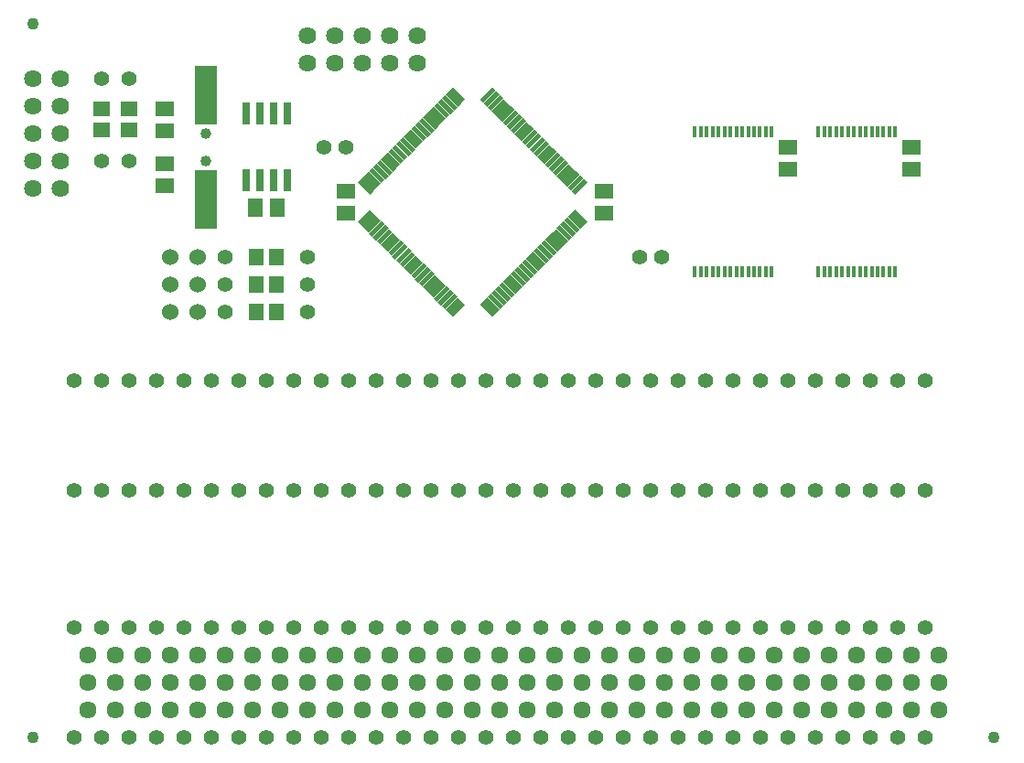
<source format=gbr>
G04 EAGLE Gerber RS-274X export*
G75*
%MOMM*%
%FSLAX34Y34*%
%LPD*%
%INSoldermask Top*%
%IPPOS*%
%AMOC8*
5,1,8,0,0,1.08239X$1,22.5*%
G01*
%ADD10R,1.601600X0.451600*%
%ADD11R,0.451600X1.601600*%
%ADD12C,1.422400*%
%ADD13C,1.524000*%
%ADD14R,1.701600X1.401600*%
%ADD15R,1.401600X1.701600*%
%ADD16C,1.625600*%
%ADD17C,1.009600*%
%ADD18R,0.350000X1.050000*%
%ADD19R,1.401600X1.601600*%
%ADD20R,1.601600X1.401600*%
%ADD21C,1.609600*%
%ADD22R,0.762000X2.133600*%
%ADD23R,2.032000X5.435600*%
%ADD24C,1.101600*%


D10*
G36*
X352764Y497923D02*
X341440Y486599D01*
X338246Y489793D01*
X349570Y501117D01*
X352764Y497923D01*
G37*
G36*
X356300Y494387D02*
X344976Y483063D01*
X341782Y486257D01*
X353106Y497581D01*
X356300Y494387D01*
G37*
G36*
X359835Y490852D02*
X348511Y479528D01*
X345317Y482722D01*
X356641Y494046D01*
X359835Y490852D01*
G37*
G36*
X363371Y487316D02*
X352047Y475992D01*
X348853Y479186D01*
X360177Y490510D01*
X363371Y487316D01*
G37*
G36*
X366906Y483781D02*
X355582Y472457D01*
X352388Y475651D01*
X363712Y486975D01*
X366906Y483781D01*
G37*
G36*
X370442Y480245D02*
X359118Y468921D01*
X355924Y472115D01*
X367248Y483439D01*
X370442Y480245D01*
G37*
G36*
X373977Y476710D02*
X362653Y465386D01*
X359459Y468580D01*
X370783Y479904D01*
X373977Y476710D01*
G37*
G36*
X377513Y473174D02*
X366189Y461850D01*
X362995Y465044D01*
X374319Y476368D01*
X377513Y473174D01*
G37*
G36*
X381048Y469639D02*
X369724Y458315D01*
X366530Y461509D01*
X377854Y472833D01*
X381048Y469639D01*
G37*
G36*
X384584Y466103D02*
X373260Y454779D01*
X370066Y457973D01*
X381390Y469297D01*
X384584Y466103D01*
G37*
G36*
X388119Y462568D02*
X376795Y451244D01*
X373601Y454438D01*
X384925Y465762D01*
X388119Y462568D01*
G37*
G36*
X391655Y459032D02*
X380331Y447708D01*
X377137Y450902D01*
X388461Y462226D01*
X391655Y459032D01*
G37*
G36*
X395190Y455496D02*
X383866Y444172D01*
X380672Y447366D01*
X391996Y458690D01*
X395190Y455496D01*
G37*
G36*
X398726Y451961D02*
X387402Y440637D01*
X384208Y443831D01*
X395532Y455155D01*
X398726Y451961D01*
G37*
G36*
X402262Y448425D02*
X390938Y437101D01*
X387744Y440295D01*
X399068Y451619D01*
X402262Y448425D01*
G37*
G36*
X405797Y444890D02*
X394473Y433566D01*
X391279Y436760D01*
X402603Y448084D01*
X405797Y444890D01*
G37*
G36*
X409333Y441354D02*
X398009Y430030D01*
X394815Y433224D01*
X406139Y444548D01*
X409333Y441354D01*
G37*
G36*
X412868Y437819D02*
X401544Y426495D01*
X398350Y429689D01*
X409674Y441013D01*
X412868Y437819D01*
G37*
G36*
X416404Y434283D02*
X405080Y422959D01*
X401886Y426153D01*
X413210Y437477D01*
X416404Y434283D01*
G37*
G36*
X419939Y430748D02*
X408615Y419424D01*
X405421Y422618D01*
X416745Y433942D01*
X419939Y430748D01*
G37*
G36*
X423475Y427212D02*
X412151Y415888D01*
X408957Y419082D01*
X420281Y430406D01*
X423475Y427212D01*
G37*
G36*
X427010Y423677D02*
X415686Y412353D01*
X412492Y415547D01*
X423816Y426871D01*
X427010Y423677D01*
G37*
G36*
X430546Y420141D02*
X419222Y408817D01*
X416028Y412011D01*
X427352Y423335D01*
X430546Y420141D01*
G37*
G36*
X434081Y416606D02*
X422757Y405282D01*
X419563Y408476D01*
X430887Y419800D01*
X434081Y416606D01*
G37*
G36*
X437617Y413070D02*
X426293Y401746D01*
X423099Y404940D01*
X434423Y416264D01*
X437617Y413070D01*
G37*
D11*
G36*
X465901Y404940D02*
X462707Y401746D01*
X451383Y413070D01*
X454577Y416264D01*
X465901Y404940D01*
G37*
G36*
X469437Y408476D02*
X466243Y405282D01*
X454919Y416606D01*
X458113Y419800D01*
X469437Y408476D01*
G37*
G36*
X472972Y412011D02*
X469778Y408817D01*
X458454Y420141D01*
X461648Y423335D01*
X472972Y412011D01*
G37*
G36*
X476508Y415547D02*
X473314Y412353D01*
X461990Y423677D01*
X465184Y426871D01*
X476508Y415547D01*
G37*
G36*
X480043Y419082D02*
X476849Y415888D01*
X465525Y427212D01*
X468719Y430406D01*
X480043Y419082D01*
G37*
G36*
X483579Y422618D02*
X480385Y419424D01*
X469061Y430748D01*
X472255Y433942D01*
X483579Y422618D01*
G37*
G36*
X487114Y426153D02*
X483920Y422959D01*
X472596Y434283D01*
X475790Y437477D01*
X487114Y426153D01*
G37*
G36*
X490650Y429689D02*
X487456Y426495D01*
X476132Y437819D01*
X479326Y441013D01*
X490650Y429689D01*
G37*
G36*
X494185Y433224D02*
X490991Y430030D01*
X479667Y441354D01*
X482861Y444548D01*
X494185Y433224D01*
G37*
G36*
X497721Y436760D02*
X494527Y433566D01*
X483203Y444890D01*
X486397Y448084D01*
X497721Y436760D01*
G37*
G36*
X501256Y440295D02*
X498062Y437101D01*
X486738Y448425D01*
X489932Y451619D01*
X501256Y440295D01*
G37*
G36*
X504792Y443831D02*
X501598Y440637D01*
X490274Y451961D01*
X493468Y455155D01*
X504792Y443831D01*
G37*
G36*
X508328Y447366D02*
X505134Y444172D01*
X493810Y455496D01*
X497004Y458690D01*
X508328Y447366D01*
G37*
G36*
X511863Y450902D02*
X508669Y447708D01*
X497345Y459032D01*
X500539Y462226D01*
X511863Y450902D01*
G37*
G36*
X515399Y454438D02*
X512205Y451244D01*
X500881Y462568D01*
X504075Y465762D01*
X515399Y454438D01*
G37*
G36*
X518934Y457973D02*
X515740Y454779D01*
X504416Y466103D01*
X507610Y469297D01*
X518934Y457973D01*
G37*
G36*
X522470Y461509D02*
X519276Y458315D01*
X507952Y469639D01*
X511146Y472833D01*
X522470Y461509D01*
G37*
G36*
X526005Y465044D02*
X522811Y461850D01*
X511487Y473174D01*
X514681Y476368D01*
X526005Y465044D01*
G37*
G36*
X529541Y468580D02*
X526347Y465386D01*
X515023Y476710D01*
X518217Y479904D01*
X529541Y468580D01*
G37*
G36*
X533076Y472115D02*
X529882Y468921D01*
X518558Y480245D01*
X521752Y483439D01*
X533076Y472115D01*
G37*
G36*
X536612Y475651D02*
X533418Y472457D01*
X522094Y483781D01*
X525288Y486975D01*
X536612Y475651D01*
G37*
G36*
X540147Y479186D02*
X536953Y475992D01*
X525629Y487316D01*
X528823Y490510D01*
X540147Y479186D01*
G37*
G36*
X543683Y482722D02*
X540489Y479528D01*
X529165Y490852D01*
X532359Y494046D01*
X543683Y482722D01*
G37*
G36*
X547218Y486257D02*
X544024Y483063D01*
X532700Y494387D01*
X535894Y497581D01*
X547218Y486257D01*
G37*
G36*
X550754Y489793D02*
X547560Y486599D01*
X536236Y497923D01*
X539430Y501117D01*
X550754Y489793D01*
G37*
D10*
G36*
X550754Y526207D02*
X539430Y514883D01*
X536236Y518077D01*
X547560Y529401D01*
X550754Y526207D01*
G37*
G36*
X547218Y529743D02*
X535894Y518419D01*
X532700Y521613D01*
X544024Y532937D01*
X547218Y529743D01*
G37*
G36*
X543683Y533278D02*
X532359Y521954D01*
X529165Y525148D01*
X540489Y536472D01*
X543683Y533278D01*
G37*
G36*
X540147Y536814D02*
X528823Y525490D01*
X525629Y528684D01*
X536953Y540008D01*
X540147Y536814D01*
G37*
G36*
X536612Y540349D02*
X525288Y529025D01*
X522094Y532219D01*
X533418Y543543D01*
X536612Y540349D01*
G37*
G36*
X533076Y543885D02*
X521752Y532561D01*
X518558Y535755D01*
X529882Y547079D01*
X533076Y543885D01*
G37*
G36*
X529541Y547420D02*
X518217Y536096D01*
X515023Y539290D01*
X526347Y550614D01*
X529541Y547420D01*
G37*
G36*
X526005Y550956D02*
X514681Y539632D01*
X511487Y542826D01*
X522811Y554150D01*
X526005Y550956D01*
G37*
G36*
X522470Y554491D02*
X511146Y543167D01*
X507952Y546361D01*
X519276Y557685D01*
X522470Y554491D01*
G37*
G36*
X518934Y558027D02*
X507610Y546703D01*
X504416Y549897D01*
X515740Y561221D01*
X518934Y558027D01*
G37*
G36*
X515399Y561562D02*
X504075Y550238D01*
X500881Y553432D01*
X512205Y564756D01*
X515399Y561562D01*
G37*
G36*
X511863Y565098D02*
X500539Y553774D01*
X497345Y556968D01*
X508669Y568292D01*
X511863Y565098D01*
G37*
G36*
X508328Y568634D02*
X497004Y557310D01*
X493810Y560504D01*
X505134Y571828D01*
X508328Y568634D01*
G37*
G36*
X504792Y572169D02*
X493468Y560845D01*
X490274Y564039D01*
X501598Y575363D01*
X504792Y572169D01*
G37*
G36*
X501256Y575705D02*
X489932Y564381D01*
X486738Y567575D01*
X498062Y578899D01*
X501256Y575705D01*
G37*
G36*
X497721Y579240D02*
X486397Y567916D01*
X483203Y571110D01*
X494527Y582434D01*
X497721Y579240D01*
G37*
G36*
X494185Y582776D02*
X482861Y571452D01*
X479667Y574646D01*
X490991Y585970D01*
X494185Y582776D01*
G37*
G36*
X490650Y586311D02*
X479326Y574987D01*
X476132Y578181D01*
X487456Y589505D01*
X490650Y586311D01*
G37*
G36*
X487114Y589847D02*
X475790Y578523D01*
X472596Y581717D01*
X483920Y593041D01*
X487114Y589847D01*
G37*
G36*
X483579Y593382D02*
X472255Y582058D01*
X469061Y585252D01*
X480385Y596576D01*
X483579Y593382D01*
G37*
G36*
X480043Y596918D02*
X468719Y585594D01*
X465525Y588788D01*
X476849Y600112D01*
X480043Y596918D01*
G37*
G36*
X476508Y600453D02*
X465184Y589129D01*
X461990Y592323D01*
X473314Y603647D01*
X476508Y600453D01*
G37*
G36*
X472972Y603989D02*
X461648Y592665D01*
X458454Y595859D01*
X469778Y607183D01*
X472972Y603989D01*
G37*
G36*
X469437Y607524D02*
X458113Y596200D01*
X454919Y599394D01*
X466243Y610718D01*
X469437Y607524D01*
G37*
G36*
X465901Y611060D02*
X454577Y599736D01*
X451383Y602930D01*
X462707Y614254D01*
X465901Y611060D01*
G37*
D11*
G36*
X437617Y602930D02*
X434423Y599736D01*
X423099Y611060D01*
X426293Y614254D01*
X437617Y602930D01*
G37*
G36*
X434081Y599394D02*
X430887Y596200D01*
X419563Y607524D01*
X422757Y610718D01*
X434081Y599394D01*
G37*
G36*
X430546Y595859D02*
X427352Y592665D01*
X416028Y603989D01*
X419222Y607183D01*
X430546Y595859D01*
G37*
G36*
X427010Y592323D02*
X423816Y589129D01*
X412492Y600453D01*
X415686Y603647D01*
X427010Y592323D01*
G37*
G36*
X423475Y588788D02*
X420281Y585594D01*
X408957Y596918D01*
X412151Y600112D01*
X423475Y588788D01*
G37*
G36*
X419939Y585252D02*
X416745Y582058D01*
X405421Y593382D01*
X408615Y596576D01*
X419939Y585252D01*
G37*
G36*
X416404Y581717D02*
X413210Y578523D01*
X401886Y589847D01*
X405080Y593041D01*
X416404Y581717D01*
G37*
G36*
X412868Y578181D02*
X409674Y574987D01*
X398350Y586311D01*
X401544Y589505D01*
X412868Y578181D01*
G37*
G36*
X409333Y574646D02*
X406139Y571452D01*
X394815Y582776D01*
X398009Y585970D01*
X409333Y574646D01*
G37*
G36*
X405797Y571110D02*
X402603Y567916D01*
X391279Y579240D01*
X394473Y582434D01*
X405797Y571110D01*
G37*
G36*
X402262Y567575D02*
X399068Y564381D01*
X387744Y575705D01*
X390938Y578899D01*
X402262Y567575D01*
G37*
G36*
X398726Y564039D02*
X395532Y560845D01*
X384208Y572169D01*
X387402Y575363D01*
X398726Y564039D01*
G37*
G36*
X395190Y560504D02*
X391996Y557310D01*
X380672Y568634D01*
X383866Y571828D01*
X395190Y560504D01*
G37*
G36*
X391655Y556968D02*
X388461Y553774D01*
X377137Y565098D01*
X380331Y568292D01*
X391655Y556968D01*
G37*
G36*
X388119Y553432D02*
X384925Y550238D01*
X373601Y561562D01*
X376795Y564756D01*
X388119Y553432D01*
G37*
G36*
X384584Y549897D02*
X381390Y546703D01*
X370066Y558027D01*
X373260Y561221D01*
X384584Y549897D01*
G37*
G36*
X381048Y546361D02*
X377854Y543167D01*
X366530Y554491D01*
X369724Y557685D01*
X381048Y546361D01*
G37*
G36*
X377513Y542826D02*
X374319Y539632D01*
X362995Y550956D01*
X366189Y554150D01*
X377513Y542826D01*
G37*
G36*
X373977Y539290D02*
X370783Y536096D01*
X359459Y547420D01*
X362653Y550614D01*
X373977Y539290D01*
G37*
G36*
X370442Y535755D02*
X367248Y532561D01*
X355924Y543885D01*
X359118Y547079D01*
X370442Y535755D01*
G37*
G36*
X366906Y532219D02*
X363712Y529025D01*
X352388Y540349D01*
X355582Y543543D01*
X366906Y532219D01*
G37*
G36*
X363371Y528684D02*
X360177Y525490D01*
X348853Y536814D01*
X352047Y540008D01*
X363371Y528684D01*
G37*
G36*
X359835Y525148D02*
X356641Y521954D01*
X345317Y533278D01*
X348511Y536472D01*
X359835Y525148D01*
G37*
G36*
X356300Y521613D02*
X353106Y518419D01*
X341782Y529743D01*
X344976Y532937D01*
X356300Y521613D01*
G37*
G36*
X352764Y518077D02*
X349570Y514883D01*
X338246Y526207D01*
X341440Y529401D01*
X352764Y518077D01*
G37*
D12*
X127000Y622300D03*
X127000Y546100D03*
X101600Y622300D03*
X101600Y546100D03*
D13*
X165100Y457200D03*
X190500Y457200D03*
X165100Y431800D03*
X190500Y431800D03*
X165100Y406400D03*
X190500Y406400D03*
D12*
X292100Y457200D03*
X215900Y457200D03*
X292100Y431800D03*
X215900Y431800D03*
X292100Y406400D03*
X215900Y406400D03*
D14*
X736600Y558640D03*
X736600Y538640D03*
X850900Y558640D03*
X850900Y538640D03*
D15*
X244000Y502920D03*
X264000Y502920D03*
D14*
X327660Y498000D03*
X327660Y518000D03*
X566420Y518000D03*
X566420Y498000D03*
D12*
X619760Y457200D03*
X599440Y457200D03*
X327660Y558800D03*
X307340Y558800D03*
D16*
X393700Y661670D03*
X393700Y636270D03*
X368300Y661670D03*
X368300Y636270D03*
X342900Y661670D03*
X342900Y636270D03*
X317500Y661670D03*
X317500Y636270D03*
X292100Y661670D03*
X292100Y636270D03*
X63500Y520700D03*
X38100Y520700D03*
X63500Y546100D03*
X38100Y546100D03*
X63500Y571500D03*
X38100Y571500D03*
X63500Y596900D03*
X38100Y596900D03*
X63500Y622300D03*
X38100Y622300D03*
D12*
X863600Y241300D03*
X838200Y241300D03*
X812800Y241300D03*
X787400Y241300D03*
X762000Y241300D03*
X736600Y241300D03*
X711200Y241300D03*
X685800Y241300D03*
X660400Y241300D03*
X635000Y241300D03*
X609600Y241300D03*
X584200Y241300D03*
X558800Y241300D03*
X533400Y241300D03*
X508000Y241300D03*
X482600Y241300D03*
X457200Y241300D03*
X431800Y241300D03*
X406400Y241300D03*
X76200Y241300D03*
X76200Y12700D03*
X406400Y12700D03*
X431800Y12700D03*
X457200Y12700D03*
X482600Y12700D03*
X508000Y12700D03*
X533400Y12700D03*
X558800Y12700D03*
X584200Y12700D03*
X609600Y12700D03*
X635000Y12700D03*
X660400Y12700D03*
X685800Y12700D03*
X711200Y12700D03*
X736600Y12700D03*
X762000Y12700D03*
X787400Y12700D03*
X812800Y12700D03*
X838200Y12700D03*
X863600Y12700D03*
X381000Y241300D03*
X355600Y241300D03*
X330200Y241300D03*
X304800Y241300D03*
X279400Y241300D03*
X254000Y241300D03*
X228600Y241300D03*
X203200Y241300D03*
X177800Y241300D03*
X152400Y241300D03*
X127000Y241300D03*
X101600Y241300D03*
X381000Y12700D03*
X355600Y12700D03*
X330200Y12700D03*
X304800Y12700D03*
X279400Y12700D03*
X254000Y12700D03*
X228600Y12700D03*
X203200Y12700D03*
X177800Y12700D03*
X152400Y12700D03*
X127000Y12700D03*
X101600Y12700D03*
D17*
X198120Y571500D03*
X198120Y546100D03*
D14*
X160020Y543400D03*
X160020Y523400D03*
X160020Y574200D03*
X160020Y594200D03*
D18*
X683050Y573000D03*
X677550Y573000D03*
X672050Y573000D03*
X666550Y573000D03*
X661050Y573000D03*
X655550Y573000D03*
X650050Y573000D03*
X650050Y443000D03*
X655550Y443000D03*
X661050Y443000D03*
X666550Y443000D03*
X672050Y443000D03*
X677550Y443000D03*
X683050Y443000D03*
X688550Y443000D03*
X694050Y443000D03*
X699550Y443000D03*
X705050Y443000D03*
X710550Y443000D03*
X716050Y443000D03*
X721550Y443000D03*
X721550Y573000D03*
X716050Y573000D03*
X710550Y573000D03*
X705050Y573000D03*
X699550Y573000D03*
X694050Y573000D03*
X688550Y573000D03*
X797350Y573000D03*
X791850Y573000D03*
X786350Y573000D03*
X780850Y573000D03*
X775350Y573000D03*
X769850Y573000D03*
X764350Y573000D03*
X764350Y443000D03*
X769850Y443000D03*
X775350Y443000D03*
X780850Y443000D03*
X786350Y443000D03*
X791850Y443000D03*
X797350Y443000D03*
X802850Y443000D03*
X808350Y443000D03*
X813850Y443000D03*
X819350Y443000D03*
X824850Y443000D03*
X830350Y443000D03*
X835850Y443000D03*
X835850Y573000D03*
X830350Y573000D03*
X824850Y573000D03*
X819350Y573000D03*
X813850Y573000D03*
X808350Y573000D03*
X802850Y573000D03*
D19*
X244500Y457200D03*
X263500Y457200D03*
X244500Y431800D03*
X263500Y431800D03*
X244500Y406400D03*
X263500Y406400D03*
D20*
X127000Y574700D03*
X127000Y593700D03*
X101600Y574700D03*
X101600Y593700D03*
D12*
X863600Y342900D03*
X838200Y342900D03*
X812800Y342900D03*
X787400Y342900D03*
X762000Y342900D03*
X736600Y342900D03*
X711200Y342900D03*
X685800Y342900D03*
X660400Y342900D03*
X635000Y342900D03*
X609600Y342900D03*
X584200Y342900D03*
X558800Y342900D03*
X533400Y342900D03*
X508000Y342900D03*
X482600Y342900D03*
X457200Y342900D03*
X431800Y342900D03*
X406400Y342900D03*
X76200Y342900D03*
X76200Y114300D03*
X406400Y114300D03*
X431800Y114300D03*
X457200Y114300D03*
X482600Y114300D03*
X508000Y114300D03*
X533400Y114300D03*
X558800Y114300D03*
X584200Y114300D03*
X609600Y114300D03*
X635000Y114300D03*
X660400Y114300D03*
X685800Y114300D03*
X711200Y114300D03*
X736600Y114300D03*
X762000Y114300D03*
X787400Y114300D03*
X812800Y114300D03*
X838200Y114300D03*
X863600Y114300D03*
X381000Y342900D03*
X355600Y342900D03*
X330200Y342900D03*
X304800Y342900D03*
X279400Y342900D03*
X254000Y342900D03*
X228600Y342900D03*
X203200Y342900D03*
X177800Y342900D03*
X152400Y342900D03*
X127000Y342900D03*
X101600Y342900D03*
X381000Y114300D03*
X355600Y114300D03*
X330200Y114300D03*
X304800Y114300D03*
X279400Y114300D03*
X254000Y114300D03*
X228600Y114300D03*
X203200Y114300D03*
X177800Y114300D03*
X152400Y114300D03*
X127000Y114300D03*
X101600Y114300D03*
D21*
X876300Y38100D03*
X850900Y38100D03*
X825500Y38100D03*
X800100Y38100D03*
X774700Y38100D03*
X749300Y38100D03*
X723900Y38100D03*
X698500Y38100D03*
X673100Y38100D03*
X647700Y38100D03*
X622300Y38100D03*
X596900Y38100D03*
X571500Y38100D03*
X546100Y38100D03*
X520700Y38100D03*
X495300Y38100D03*
X469900Y38100D03*
X444500Y38100D03*
X419100Y38100D03*
X393700Y38100D03*
X368300Y38100D03*
X342900Y38100D03*
X317500Y38100D03*
X292100Y38100D03*
X266700Y38100D03*
X241300Y38100D03*
X215900Y38100D03*
X190500Y38100D03*
X165100Y38100D03*
X139700Y38100D03*
X114300Y38100D03*
X88900Y38100D03*
X876300Y88900D03*
X850900Y88900D03*
X825500Y88900D03*
X800100Y88900D03*
X774700Y88900D03*
X749300Y88900D03*
X723900Y88900D03*
X698500Y88900D03*
X673100Y88900D03*
X647700Y88900D03*
X622300Y88900D03*
X596900Y88900D03*
X571500Y88900D03*
X546100Y88900D03*
X520700Y88900D03*
X495300Y88900D03*
X469900Y88900D03*
X444500Y88900D03*
X419100Y88900D03*
X393700Y88900D03*
X368300Y88900D03*
X342900Y88900D03*
X317500Y88900D03*
X292100Y88900D03*
X266700Y88900D03*
X241300Y88900D03*
X215900Y88900D03*
X190500Y88900D03*
X165100Y88900D03*
X139700Y88900D03*
X114300Y88900D03*
X88900Y88900D03*
X876300Y63500D03*
X850900Y63500D03*
X825500Y63500D03*
X800100Y63500D03*
X774700Y63500D03*
X749300Y63500D03*
X723900Y63500D03*
X698500Y63500D03*
X673100Y63500D03*
X647700Y63500D03*
X622300Y63500D03*
X596900Y63500D03*
X571500Y63500D03*
X546100Y63500D03*
X520700Y63500D03*
X495300Y63500D03*
X469900Y63500D03*
X444500Y63500D03*
X419100Y63500D03*
X393700Y63500D03*
X368300Y63500D03*
X342900Y63500D03*
X317500Y63500D03*
X292100Y63500D03*
X266700Y63500D03*
X241300Y63500D03*
X215900Y63500D03*
X190500Y63500D03*
X165100Y63500D03*
X139700Y63500D03*
X114300Y63500D03*
X88900Y63500D03*
D22*
X234950Y528066D03*
X234950Y589534D03*
X247650Y528066D03*
X260350Y528066D03*
X247650Y589534D03*
X260350Y589534D03*
X273050Y528066D03*
X273050Y589534D03*
D23*
X198120Y607060D03*
X198120Y510540D03*
D24*
X38100Y673100D03*
X927100Y12700D03*
X38100Y12700D03*
M02*

</source>
